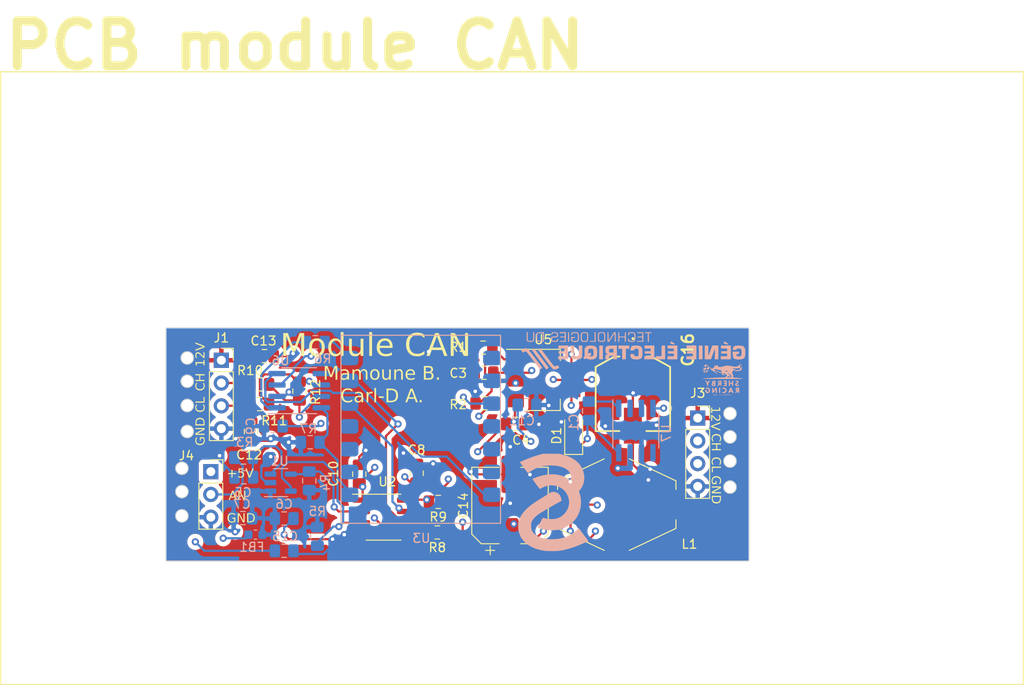
<source format=kicad_pcb>
(kicad_pcb (version 20221018) (generator pcbnew)
  (title_block (title "Formule SAE module CAN PCB") (date "2024-02-26") (rev "1.0") (company "Cégep Sherbrooke") (comment 1 "Carl-Dominic Aubin") (comment 2 "Mamoune Benmensour"))
  (layers (0 "F.Cu" signal "12V.Cu") (1 "In1.Cu" signal "GND.Cu") (2 "In2.Cu" signal "VCC.Cu") (31 "B.Cu" signal "AN.Cu") (34 "B.Paste" user) (35 "F.Paste" user) (36 "B.SilkS" user "B.Silkscreen") (37 "F.SilkS" user "F.Silkscreen") (38 "B.Mask" user) (39 "F.Mask" user) (44 "Edge.Cuts" user))
  (net 0 "")
  (net 1 "Net-(D1-K)")
  (net 2 "Net-(U7-CB)")
  (net 3 "+5V")
  (net 4 "GND")
  (net 5 "+3.3V")
  (net 6 "Net-(U1-AIN)")
  (net 7 "+5VA")
  (net 8 "Net-(J1-Pin_3)")
  (net 9 "+12V")
  (net 10 "Net-(U5-ADJ)")
  (net 11 "/SCLA")
  (net 12 "/SDAA")
  (net 13 "/RXD")
  (net 14 "Net-(U3-GPIO21_TX_D6)")
  (net 15 "/EN")
  (net 16 "/SCLB")
  (net 17 "/SDAB")
  (net 18 "Net-(U6-CANH)")
  (net 19 "Net-(U6-CANL)")
  (net 27 "/TXD")
  (net 32 "Net-(J4-Pin_2)")
  (net 33 "Net-(J1-Pin_2)")
  (footprint "Capacitor_SMD:C_0805_2012Metric_Pad1.18x1.45mm_HandSolder" (layer "F.Cu") (at 103.3 64.5 180)
    (fp_text reference "C13")
    (fp_text value "47pF" hide)
  )
  (footprint "lib kicad:imagesilk1" (layer "F.Cu") (at 118.3 93.9)
    (fp_text reference "G***" hide)
    (fp_text value "LOGO" hide)
  )
  (footprint "Inductor_SMD:L_Bourns-SRR1005" (layer "F.Cu") (at 142.575 81.05 180)
    (fp_text reference "L1")
    (fp_text value "NPI31W470MTRF 47uH" hide)
  )
  (footprint "Capacitor_SMD:CP_Elec_8x6.9" (layer "F.Cu") (at 130.675 81.15 90)
    (fp_text reference "C14")
    (fp_text value "\n\nEEE-FN1H680XP 68uF" hide)
  )
  (footprint "KiCad:EEETC1V470P" (layer "F.Cu") (at 144.375 68.7 180)
    (fp_text reference "C16")
    (fp_text value "EEEFH1H101L 100uF" hide)
  )
  (footprint "Capacitor_SMD:C_0805_2012Metric_Pad1.18x1.45mm_HandSolder" (layer "F.Cu") (at 122.575 84.15 180)
    (fp_text reference "R8")
    (fp_text value "4.7k" hide)
  )
  (footprint "Capacitor_SMD:C_0805_2012Metric_Pad1.18x1.45mm_HandSolder" (layer "F.Cu") (at 101.8 72.9 90)
    (fp_text reference "C12")
    (fp_text value "47pF" hide)
  )
  (footprint "Capacitor_SMD:C_0805_2012Metric_Pad1.18x1.45mm_HandSolder" (layer "F.Cu") (at 102.775 67.65 180)
    (fp_text reference "R10")
    (fp_text value "10Ω" hide)
  )
  (footprint "Diode_SMD:D_SOD-123F" (layer "F.Cu") (at 137.775 73.25 90)
    (fp_text reference "D1")
    (fp_text value "SS14FL" hide)
  )
  (footprint "Connector_PinSocket_2.54mm:PinSocket_1x04_P2.54mm_Vertical" (layer "F.Cu") (at 98.5 64.96)
    (fp_text reference "J1")
    (fp_text value "Conn_01x04_Socket" hide)
  )
  (footprint "Capacitor_SMD:C_0805_2012Metric_Pad1.18x1.45mm_HandSolder" (layer "F.Cu") (at 113.875 77.65 -90)
    (fp_text reference "C10")
    (fp_text value "0.1uF" hide)
  )
  (footprint "Connector_PinSocket_2.54mm:PinSocket_1x04_P2.54mm_Vertical" (layer "F.Cu") (at 151.6 71.4)
    (fp_text reference "J3")
    (fp_text value "Conn_01x04_Socket" hide)
  )
  (footprint "Capacitor_SMD:C_0805_2012Metric_Pad1.18x1.45mm_HandSolder" (layer "F.Cu") (at 127.675 63.55 180)
    (fp_text reference "R1")
    (fp_text value "91Ω" hide)
  )
  (footprint "Capacitor_SMD:C_0805_2012Metric_Pad1.18x1.45mm_HandSolder" (layer "F.Cu") (at 102.775 69.85 180)
    (fp_text reference "R11")
    (fp_text value "10Ω" hide)
  )
  (footprint "Capacitor_SMD:C_0805_2012Metric_Pad1.18x1.45mm_HandSolder" (layer "F.Cu") (at 107.2 68.4 -90)
    (fp_text reference "R12")
    (fp_text value "120Ω" hide)
  )
  (footprint "Capacitor_SMD:C_0805_2012Metric_Pad1.18x1.45mm_HandSolder" (layer "F.Cu") (at 120.275 77.55 -90)
    (fp_text reference "C8")
    (fp_text value "0.1uF" hide)
  )
  (footprint "Capacitor_SMD:C_0805_2012Metric_Pad1.18x1.45mm_HandSolder" (layer "F.Cu") (at 131.275 72.05)
    (fp_text reference "C4")
    (fp_text value "1uF" hide)
  )
  (footprint "Package_TO_SOT_SMD:SOT-223-3_TabPin2" (layer "F.Cu") (at 134.375 67.15)
    (fp_text reference "U5")
    (fp_text value "LM117_TO3" hide)
  )
  (footprint "Connector_PinSocket_2.54mm:PinSocket_1x03_P2.54mm_Vertical" (layer "F.Cu") (at 97.325 77.375)
    (fp_text reference "J4")
    (fp_text value "Conn_01x03_Socket" hide)
  )
  (footprint "Capacitor_SMD:C_0805_2012Metric_Pad1.18x1.45mm_HandSolder" (layer "F.Cu") (at 127.875 69.75 180)
    (fp_text reference "R2")
    (fp_text value "150Ω" hide)
  )
  (footprint "Capacitor_SMD:C_0805_2012Metric_Pad1.18x1.45mm_HandSolder" (layer "F.Cu") (at 122.675 80.75 180)
    (fp_text reference "R9")
    (fp_text value "4.7k" hide)
  )
  (footprint "Capacitor_SMD:C_0805_2012Metric_Pad1.18x1.45mm_HandSolder" (layer "F.Cu") (at 127.775 66.35 180)
    (fp_text reference "C3")
    (fp_text value "0.1uF" hide)
  )
  (footprint "Package_SO:SOIC-8_3.9x4.9mm_P1.27mm" (layer "F.Cu") (at 116.575 82.45)
    (fp_text reference "U2")
    (fp_text value "TCA9517" hide)
  )
  (footprint "Capacitor_SMD:C_0805_2012Metric_Pad1.18x1.45mm_HandSolder" (layer "B.Cu") (at 108.4 74.1 180)
    (fp_text reference "R7")
    (fp_text value "10k" hide)
  )
  (footprint "Capacitor_SMD:C_0603_1608Metric" (layer "B.Cu") (at 102.3 84.4)
    (fp_text reference "FB1")
    (fp_text value "BLM18KG121TZ1D")
  )
  (footprint "Capacitor_SMD:C_0805_2012Metric_Pad1.18x1.45mm_HandSolder" (layer "B.Cu") (at 104.3 72.3 180)
    (fp_text reference "C9")
    (fp_text value "0.1uF" hide)
  )
  (footprint "Capacitor_SMD:C_0805_2012Metric_Pad1.18x1.45mm_HandSolder" (layer "B.Cu") (at 109.2 84.6 90)
    (fp_text reference "R5")
    (fp_text value "4.7k" hide)
  )
  (footprint "Package_SO:SOIC-8_3.9x4.9mm_P1.27mm" (layer "B.Cu") (at 107.175 68.35)
    (fp_text reference "U6")
    (fp_text value "TJA1051T" hide)
  )
  (footprint "Capacitor_SMD:C_0805_2012Metric_Pad1.18x1.45mm_HandSolder" (layer "B.Cu") (at 100.975 75.8)
    (fp_text reference "R3")
    (fp_text value "330Ω" hide)
  )
  (footprint "Capacitor_SMD:C_0805_2012Metric_Pad1.18x1.45mm_HandSolder" (layer "B.Cu") (at 100.9 82.55 180)
    (fp_text reference "C7")
    (fp_text value "0.1uF" hide)
  )
  (footprint "Capacitor_SMD:C_0805_2012Metric_Pad1.18x1.45mm_HandSolder" (layer "B.Cu") (at 139.5 70.6 90)
    (fp_text reference "C1")
    (fp_text value "10nF" hide)
  )
  (footprint "LOGO" (layer "B.Cu") (at 154.4 67.1 180)
    (fp_text reference "G***" hide)
    (fp_text value "LOGO" hide)
  )
  (footprint "Capacitor_SMD:C_0805_2012Metric_Pad1.18x1.45mm_HandSolder" (layer "B.Cu") (at 132.575 69.95 180)
    (fp_text reference "C11")
    (fp_text value "0.1uF" hide)
  )
  (footprint "Capacitor_SMD:C_0805_2012Metric_Pad1.18x1.45mm_HandSolder" (layer "B.Cu") (at 101 78 180)
    (fp_text reference "C5")
    (fp_text value "10uF" hide)
  )
  (footprint "Library:xiao esp32-c3" (layer "B.Cu") (at 120.735 90.29)
    (fp_text reference "U3")
    (fp_text value "XIAO ESP32C3" hide)
  )
  (footprint "Package_SO:SOIC-8_3.9x4.9mm_P1.27mm" (layer "B.Cu") (at 144.7 72.8 -90)
    (fp_text reference "U7")
    (fp_text value "LM2674M-5.0" hide)
  )
  (footprint "LOGO" (layer "B.Cu") (at 135.5 80.8 180)
    (fp_text reference "G***" hide)
    (fp_text value "LOGO" hide)
  )
  (footprint "Capacitor_SMD:C_0805_2012Metric_Pad1.18x1.45mm_HandSolder" (layer "B.Cu") (at 105.5 82.6 180)
    (fp_text reference "C6")
    (fp_text value "10uF" hide)
  )
  (footprint "Capacitor_SMD:C_0805_2012Metric_Pad1.18x1.45mm_HandSolder" (layer "B.Cu") (at 105.5 86.2)
    (fp_text reference "C15")
    (fp_text value "10uF" hide)
  )
  (footprint "Package_TO_SOT_SMD:TSOT-23-5" (layer "B.Cu") (at 105.1 78.6)
    (fp_text reference "U1")
    (fp_text value "MCP3221" hide)
  )
  (footprint "Capacitor_SMD:C_0805_2012Metric_Pad1.18x1.45mm_HandSolder" (layer "B.Cu") (at 108.975 62.95)
    (fp_text reference "R6")
    (fp_text value "4.7k" hide)
  )
  (footprint "Capacitor_SMD:C_0805_2012Metric_Pad1.18x1.45mm_HandSolder" (layer "B.Cu") (at 108.3 78.4 -90)
    (fp_text reference "R4")
    (fp_text value "4.7k" hide)
  )
  (footprint "LOGO" (layer "B.Cu") (at 144.4 63.9 180)
    (fp_text reference "G***" hide)
    (fp_text value "LOGO" hide)
  )
  (gr_rect (start 73.9 32.8) (end 187.9 101.1) (stroke (width 0.15)) (fill none) (layer "F.SilkS"))
  (gr_circle (center 94.1 82.3) (end 94.8 82.3) (stroke (width 0.1)) (fill none) (layer "Edge.Cuts"))
  (gr_circle (center 155.2 76.2) (end 155.9 76.2) (stroke (width 0.1)) (fill none) (layer "Edge.Cuts"))
  (gr_circle (center 155.2 70.9) (end 155.9 70.9) (stroke (width 0.1)) (fill none) (layer "Edge.Cuts"))
  (gr_circle (center 94.7 64.7) (end 95.4 64.7) (stroke (width 0.1)) (fill none) (layer "Edge.Cuts"))
  (gr_circle (center 94.1 79.6) (end 94.8 79.6) (stroke (width 0.1)) (fill none) (layer "Edge.Cuts"))
  (gr_circle (center 94.1 77) (end 94.8 77) (stroke (width 0.1)) (fill none) (layer "Edge.Cuts"))
  (gr_circle (center 94.7 70) (end 95.4 70) (stroke (width 0.1)) (fill none) (layer "Edge.Cuts"))
  (gr_circle (center 155.2 79.1) (end 155.9 79.1) (stroke (width 0.1)) (fill none) (layer "Edge.Cuts"))
  (gr_circle (center 94.7 67.3) (end 95.4 67.3) (stroke (width 0.1)) (fill none) (layer "Edge.Cuts"))
  (gr_circle (center 94.7 72.9) (end 95.4 72.9) (stroke (width 0.1)) (fill none) (layer "Edge.Cuts"))
  (gr_circle (center 155.2 73.5) (end 155.9 73.5) (stroke (width 0.1)) (fill none) (layer "Edge.Cuts"))
  (gr_rect (start 92.325 61.35) (end 157.325 87.35) (stroke (width 0.1)) (fill none) (layer "Edge.Cuts"))
  (gr_text "GND\n" (at 99.1 83.2) (layer "F.SilkS") (effects (font (size 1 1)) (justify left bottom)))
  (gr_text "CL" (at 96.8 70.8 90) (layer "F.SilkS") (effects (font (size 1 1)) (justify left bottom)))
  (gr_text "12V\n" (at 152.93 70.07 270) (layer "F.SilkS") (effects (font (size 1 1)) (justify left bottom)))
  (gr_text "AN" (at 99.3 80.7) (layer "F.SilkS") (effects (font (size 1 1)) (justify left bottom)))
  (gr_text "CH\n" (at 96.8 68.4 90) (layer "F.SilkS") (effects (font (size 1 1)) (justify left bottom)))
  (gr_text "GND\n" (at 153 77.8 -90) (layer "F.SilkS") (effects (font (size 1 1)) (justify left bottom)))
  (gr_text "GND\n" (at 96.8 74.5 90) (layer "F.SilkS") (effects (font (size 1 1)) (justify left bottom)))
  (gr_text "Module CAN\n" (at 115.7 64.9) (layer "F.SilkS") (effects (font (size 2.5 2.5) (thickness 0.1905)) (justify bottom)))
  (gr_text "+5V\n" (at 99.1 78.2) (layer "F.SilkS") (effects (font (size 1 1)) (justify left bottom)))
  (gr_text "Mamoune B.\nCarl-D A.\n" (at 116.4 69.9) (layer "F.SilkS") (effects (font (size 1.5 1.5)) (justify bottom)))
  (gr_text "CL\n" (at 153 75.7 -90) (layer "F.SilkS") (effects (font (size 1 1)) (justify left bottom)))
  (gr_text "CH\n" (at 153 73.1 270) (layer "F.SilkS") (effects (font (size 1 1)) (justify left bottom)))
  (gr_text "PCB module CAN" (at 73.9 32.8) (layer "F.SilkS") (effects (font (size 5 5) (thickness 1) bold) (justify left bottom)))
  (gr_text "12V\n" (at 96.8 65.7 90) (layer "F.SilkS") (effects (font (size 1 1)) (justify left bottom)))
  (segment (start 137.775 74.65) (end 138.35 74.65) (width 0.25) (layer "F.Cu") (net 1))
  (segment (start 138.35 74.65) (end 139.3 73.7) (width 0.25) (layer "F.Cu") (net 1))
  (segment (start 144.175 81.05) (end 137.775 74.65) (width 0.25) (layer "F.Cu") (net 1))
  (segment (start 147.725 81.05) (end 144.175 81.05) (width 0.25) (layer "F.Cu") (net 1))
  (via (at 139.3 73.7) (size 0.8) (drill 0.4) (layers "F.Cu" "B.Cu") (net 1))
  (segment (start 139.5 71.98) (end 139.5 71.6375) (width 0.25) (layer "B.Cu") (net 1))
  (segment (start 139.3 73.7) (end 139.3 71.8375) (width 0.25) (layer "B.Cu") (net 1))
  (segment (start 139.3 71.8375) (end 139.5 71.6375) (width 0.25) (layer "B.Cu") (net 1))
  (segment (start 142.795 75.275) (end 139.5 71.98) (width 0.25) (layer "B.Cu") (net 1))
  (segment (start 142.0325 69.5625) (end 142.795 70.325) (width 0.25) (layer "B.Cu") (net 2))
  (segment (start 139.5 69.5625) (end 142.0325 69.5625) (width 0.25) (layer "B.Cu") (net 2))
  (segment (start 139.75 67.15) (end 139.8 67.1) (width 0.25) (layer "F.Cu") (net 3))
  (segment (start 128.8125 66.35) (end 132.85 66.35) (width 0.25) (layer "F.Cu") (net 3))
  (segment (start 137.425 81.05) (end 137.425 78.525) (width 0.25) (layer "F.Cu") (net 3))
  (segment (start 130.675 84.625) (end 133.775 84.625) (width 0.25) (layer "F.Cu") (net 3))
  (segment (start 137.425 78.525) (end 137.4 78.5) (width 0.25) (layer "F.Cu") (net 3))
  (segment (start 131.85 85.8) (end 138.6 85.8) (width 0.25) (layer "F.Cu") (net 3))
  (segment (start 113.875 78.6875) (end 115.6 76.9625) (width 0.25) (layer "F.Cu") (net 3))
  (segment (start 137.525 67.15) (end 135.55 67.15) (width 0.25) (layer "F.Cu") (net 3))
  (segment (start 130.675 84.625) (end 131.85 85.8) (width 0.25) (layer "F.Cu") (net 3))
  (segment (start 137.525 67.15) (end 137.525 64.325) (width 0.25) (layer "F.Cu") (net 3))
  (segment (start 133.775 84.625) (end 134.4 84) (width 0.25) (layer "F.Cu") (net 3))
  (segment (start 137.525 69.975) (end 137.5 70) (width 0.25) (layer "F.Cu") (net 3))
  (segment (start 135.55 67.15) (end 135.5 67.1) (width 0.25) (layer "F.Cu") (net 3))
  (segment (start 115.6 76.9625) (end 115.6 76.9) (width 0.25) (layer "F.Cu") (net 3))
  (segment (start 140.2 84.2) (end 140.2 84) (width 0.25) (layer "F.Cu") (net 3))
  (segment (start 114.253009 79.062995) (end 114.253009 80.391991) (width 0.25) (layer "F.Cu") (net 3))
  (segment (start 131.1 84.2) (end 131.1 83.2) (width 0.25) (layer "F.Cu") (net 3))
  (segment (start 137.525 67.15) (end 137.525 69.975) (width 0.25) (layer "F.Cu") (net 3))
  (segment (start 130.675 84.625) (end 131.1 84.2) (width 0.25) (layer "F.Cu") (net 3))
  (segment (start 137.525 64.325) (end 137.5 64.3) (width 0.25) (layer "F.Cu") (net 3))
  (segment (start 117.378094 84.355) (end 119.05 84.355) (width 0.25) (layer "F.Cu") (net 3))
  (segment (start 137.425 81.05) (end 140.35 81.05) (width 0.25) (layer "F.Cu") (net 3))
  (segment (start 140.35 81.05) (end 140.4 81.1) (width 0.25) (layer "F.Cu") (net 3))
  (segment (start 138.6 85.8) (end 140.2 84.2) (width 0.25) (layer "F.Cu") (net 3))
  (segment (start 114.253009 80.391991) (end 114.1 80.545) (width 0.25) (layer "F.Cu") (net 3))
  (segment (start 131.225 67.425) (end 131.3 67.5) (width 0.25) (layer "F.Cu") (net 3))
  (segment (start 137.525 67.15) (end 139.75 67.15) (width 0.25) (layer "F.Cu") (net 3))
  (segment (start 132.85 66.35) (end 133.1 66.1) (width 0.25) (layer "F.Cu") (net 3))
  (segment (start 115.560099 82.537005) (end 117.378094 84.355) (width 0.25) (layer "F.Cu") (net 3))
  (segment (start 137.425 83.975) (end 137.4 84) (width 0.25) (layer "F.Cu") (net 3))
  (segment (start 137.425 81.05) (end 137.425 83.975) (width 0.25) (layer "F.Cu") (net 3))
  (segment (start 131.225 67.15) (end 131.225 67.425) (width 0.25) (layer "F.Cu") (net 3))
  (via (at 115.560099 82.537005) (size 0.8) (drill 0.4) (layers "F.Cu" "B.Cu") (net 3))
  (via (at 147.8 70.3) (size 0.8) (drill 0.4) (layers "F.Cu" "B.Cu") (net 3))
  (via (at 131.3 67.5) (size 0.8) (drill 0.4) (layers "F.Cu" "B.Cu") (net 3))
  (via (at 140.4 81.1) (size 0.8) (drill 0.4) (layers "F.Cu" "B.Cu") (net 3))
  (via (at 139.8 67.1) (size 0.8) (drill 0.4) (layers "F.Cu" "B.Cu") (net 3))
  (via (at 134.4 84) (size 0.8) (drill 0.4) (layers "F.Cu" "B.Cu") (net 3))
  (via (at 137.5 70) (size 0.8) (drill 0.4) (layers "F.Cu" "B.Cu") (net 3))
  (via (at 114.253009 79.062995) (size 0.8) (drill 0.4) (layers "F.Cu" "B.Cu") (net 3))
  (via (at 137.4 78.5) (size 0.8) (drill 0.4) (layers "F.Cu" "B.Cu") (net 3))
  (via (at 140.2 84) (size 0.8) (drill 0.4) (layers "F.Cu" "B.Cu") (net 3))
  (via (at 98.7 84.8) (size 0.8) (drill 0.4) (layers "F.Cu" "B.Cu") (net 3))
  (via (at 135.5 67.1) (size 0.8) (drill 0.4) (layers "F.Cu" "B.Cu") (net 3))
  (via (at 95.6 85.2) (size 0.8) (drill 0.4) (layers "F.Cu" "B.Cu") (net 3))
  (via (at 137.4 84) (size 0.8) (drill 0.4) (layers "F.Cu" "B.Cu") (net 3))
  (via (at 109.6 72) (size 0.8) (drill 0.4) (layers "F.Cu" "B.Cu") (net 3))
  (via (at 137.5 64.3) (size 0.8) (drill 0.4) (layers "F.Cu" "B.Cu") (net 3))
  (via (at 131.1 83.2) (size 0.8) (drill 0.4) (layers "F.Cu" "B.Cu") (net 3))
  (via (at 115.6 76.9) (size 0.8) (drill 0.4) (layers "F.Cu" "B.Cu") (net 3))
  (via (at 133.1 66.1) (size 0.8) (drill 0.4) (layers "F.Cu" "B.Cu") (net 3))
  (via (at 108.5 64.5) (size 0.8) (drill 0.4) (layers "F.Cu" "B.Cu") (net 3))
  (segment (start 147.775 70.325) (end 147.8 70.3) (width 0.25) (layer "B.Cu") (net 3))
  (segment (start 104.7 67.715) (end 105.076751 67.715) (width 0.25) (layer "B.Cu") (net 3))
  (segment (start 98.7 84.8) (end 101.125 84.8) (width 0.25) (layer "B.Cu") (net 3))
  (segment (start 107.861701 64.5) (end 108.5 64.5) (width 0.25) (layer "B.Cu") (net 3))
  (segment (start 106.586701 65.775) (end 107.861701 64.5) (width 0.25) (layer "B.Cu") (net 3))
  (segment (start 105.076751 67.715) (end 106.586701 66.20505) (width 0.25) (layer "B.Cu") (net 3))
  (segment (start 104.4625 86.2) (end 96.6 86.2) (width 0.25) (layer "B.Cu") (net 3))
  (segment (start 101.125 84.8) (end 101.525 84.4) (width 0.25) (layer "B.Cu") (net 3))
  (segment (start 109.3 72.3) (end 109.6 72) (width 0.25) (layer "B.Cu") (net 3))
  (segment (start 146.605 70.325) (end 147.775 70.325) (width 0.25) (layer "B.Cu") (net 3))
  (segment (start 105.3375 72.3) (end 109.3 72.3) (width 0.25) (layer "B.Cu") (net 3))
  (segment (start 106.586701 66.20505) (end 106.586701 65.775) (width 0.25) (layer "B.Cu") (net 3))
  (segment (start 96.6 86.2) (end 95.6 85.2) (width 0.25) (layer "B.Cu") (net 3))
  (segment (start 97.175 77.525) (end 97.2 77.5) (width 0.25) (layer "B.Cu") (net 3))
  (segment (start 103.7625 73.9375) (end 104 73.7) (width 0.25) (layer "F.Cu") (net 4))
  (segment (start 126.7375 68.363) (end 126.7375 66.35) (width 0.25) (layer "F.Cu") (net 4))
  (segment (start 112.245 84.355) (end 112.2 84.4) (width 0.25) (layer "F.Cu") (net 4))
  (segment (start 113.875 76.6125) (end 113.875 75.725) (width 0.25) (layer "F.Cu") (net 4))
  (segment (start 130.675 77.675) (end 132.875 77.675) (width 0.25) (layer "F.Cu") (net 4))
  (segment (start 144.375 72.25) (end 146.95 72.25) (width 0.25) (layer "F.Cu") (net 4))
  (segment (start 130.675 77.675) (end 126.612438 77.675) (width 0.25) (layer "F.Cu") (net 4))
  (segment (start 106.2 64.5) (end 106.5 64.2) (width 0.25) (layer "F.Cu") (net 4))
  (segment (start 130.675 77.675) (end 130.675 74.625) (width 0.25) (layer "F.Cu") (net 4))
  (segment (start 126.6375 63.55) (end 122.05 63.55) (width 0.25) (layer "F.Cu") (net 4))
  (segment (start 106 84.9) (end 105.5 84.4) (width 0.25) (layer "F.Cu") (net 4))
  (segment (start 141.35 72.25) (end 141.3 72.3) (width 0.25) (layer "F.Cu") (net 4))
  (segment (start 144.375 72.25) (end 144.375 76.575) (width 0.25) (layer "F.Cu") (net 4))
  (segment (start 146.95 72.25) (end 147 72.2) (width 0.25) (layer "F.Cu") (net 4))
  (segment (start 130.675 74.625) (end 130.7 74.6) (width 0.25) (layer "F.Cu") (net 4))
  (segment (start 110.9 84.9) (end 106 84.9) (width 0.25) (layer "F.Cu") (net 4))
  (segment (start 133.85 72.05) (end 133.9 72.1) (width 0.25) (layer "F.Cu") (net 4))
  (segment (start 126.8 68.4255) (end 126.7375 68.363) (width 0.25) (layer "F.Cu") (net 4))
  (segment (start 137.775 71.85) (end 136.423521 71.85) (width 0.25) (layer "F.Cu") (net 4))
  (segment (start 113.875 75.725) (end 114.6 75) (width 0.25) (layer "F.Cu") (net 4))
  (segment (start 119.0625 75.3) (end 118.8 75.3) (width 0.25) (layer "F.Cu") (net 4))
  (segment (start 122.05 63.55) (end 121.6 64) (width 0.25) (layer "F.Cu") (net 4))
  (segment (start 122.0875 76.5125) (end 122.1 76.5) (width 0.25) (layer "F.Cu") (net 4))
  (segment (start 132.875 77.675) (end 132.9 77.7) (width 0.25) (layer "F.Cu") (net 4))
  (segment (start 114.1 84.355) (end 112.245 84.355) (width 0.25) (layer "F.Cu") (net 4))
  (segment (start 130.7 77.7) (end 130.7 80.9) (width 0.25) (layer "F.Cu") (net 4))
  (segment (start 144.375 72.25) (end 141.35 72.25) (width 0.25) (layer "F.Cu") (net 4))
  (segment (start 126.612438 77.675) (end 126.318719 77.381281) (width 0.25) (layer "F.Cu") (net 4))
  (segment (start 136.423521 71.85) (end 136.39966 71.826139) (width 0.25) (layer "F.Cu") (net 4))
  (segment (start 120.275 76.5125) (end 122.0875 76.5125) (width 0.25) (layer "F.Cu") (net 4))
  (segment (start 130.675 77.675) (end 130.7 77.7) (width 0.25) (layer "F.Cu") (net 4))
  (segment (start 144.375 72.25) (end 144.375 68.625) (width 0.25) (layer "F.Cu") (net 4))
  (segment (start 120.275 76.5125) (end 119.0625 75.3) (width 0.25) (layer "F.Cu") (net 4))
  (segment (start 144.375 76.575) (end 146.1 78.3) (width 0.25) (layer "F.Cu") (net 4))
  (segment (start 101.8 73.9375) (end 103.7625 73.9375) (width 0.25) (layer "F.Cu") (net 4))
  (segment (start 104.3375 64.5) (end 106.2 64.5) (width 0.25) (layer "F.Cu") (net 4))
  (segment (start 132.3125 72.05) (end 133.85 72.05) (width 0.25) (layer "F.Cu") (net 4))
  (segment (start 144.375 68.625) (end 144.4 68.6) (width 0.25) (layer "F.Cu") (net 4))
  (via (at 147 72.2) (size 0.8) (drill 0.4) (layers "F.Cu" "B.Cu") (net 4))
  (via (at 104 73.7) (size 0.8) (drill 0.4) (layers "F.Cu" "B.Cu") (net 4))
  (via (at 130.7 74.6) (size 0.8) (drill 0.4) (layers "F.Cu" "B.Cu") (net 4))
  (via (at 122.1 76.5) (size 0.8) (drill 0.4) (layers "F.Cu" "B.Cu") (net 4))
  (via (at 130.7 80.9) (size 0.8) (drill 0.4) (layers "F.Cu" "B.Cu") (net 4))
  (via (at 135.000004 70) (size 0.8) (drill 0.4) (layers "F.Cu" "B.Cu") (net 4))
  (via (at 121.6 64) (size 0.8) (drill 0.4) (layers "F.Cu" "B.Cu") (net 4))
  (via (at 146.1 78.3) (size 0.8) (drill 0.4) (layers "F.Cu" "B.Cu") (net 4))
  (via (at 132.9 77.7) (size 0.8) (drill 0.4) (layers "F.Cu" "B.Cu") (net 4))
  (via (at 114.6 75) (size 0.8) (drill 0.4) (layers "F.Cu" "B.Cu") (net 4))
  (via (at 105.5 84.4) (size 0.8) (drill 0.4) (layers "F.Cu" "B.Cu") (net 4))
  (via (at 133.9 72.1) (size 0.8) (drill 0.4) (layers "F.Cu" "B.Cu") (net 4))
  (via (at 110.9 84.9) (size 0.8) (drill 0.4) (layers "F.Cu" "B.Cu") (net 4))
  (via (at 136.39966 71.826139) (size 0.8) (drill 0.4) (layers "F.Cu" "B.Cu") (net 4))
  (via (at 118.8 75.3) (size 0.8) (drill 0.4) (layers "F.Cu" "B.Cu") (net 4))
  (via (at 100.036951 84.075) (size 0.8) (drill 0.4) (layers "F.Cu" "B.Cu") (net 4))
  (via (at 104 75.7) (size 0.8) (drill 0.4) (layers "F.Cu" "B.Cu") (net 4))
  (via (at 144.4 68.6) (size 0.8) (drill 0.4) (layers "F.Cu" "B.Cu") (net 4))
  (via (at 98.3 75.6) (size 0.8) (drill 0.4) (layers "F.Cu" "B.Cu") (net 4))
  (via (at 126.8 68.4255) (size 0.8) (drill 0.4) (layers "F.Cu" "B.Cu") (net 4))
  (via (at 100.1 73.7) (size 0.8) (drill 0.4) (layers "F.Cu" "B.Cu") (net 4))
  (via (at 126.318719 77.381281) (size 0.8) (drill 0.4) (layers "F.Cu" "B.Cu") (net 4))
  (via (at 106.04839 68.502508) (size 0.8) (drill 0.4) (layers "F.Cu" "B.Cu") (net 4))
  (via (at 106 74.1) (size 0.8) (drill 0.4) (layers "F.Cu" "B.Cu") (net 4))
  (via (at 112.2 84.4) (size 0.8) (drill 0.4) (layers "F.Cu" "B.Cu") (net 4))
  (via (at 146.3 77.1) (size 0.8) (drill 0.4) (layers "F.Cu" "B.Cu") (net 4))
  (via (at 141.3 72.3) (size 0.8) (drill 0.4) (layers "F.Cu" "B.Cu") (net 4))
  (via (at 106.5 64.2) (size 0.8) (drill 0.4) (layers "F.Cu" "B.Cu") (net 4))
  (segment (start 110.9 85.563173) (end 110.9 84.9) (width 0.25) (layer "B.Cu") (net 4))
  (segment (start 103.9625 78.6) (end 103.5 78.6) (width 0.25) (layer "B.Cu") (net 4))
  (segment (start 98.3 76.1) (end 98.3 75.6) (width 0.25) (layer "B.Cu") (net 4))
  (segment (start 99.975 82.55) (end 99.975 84.013049) (width 0.25) (layer "B.Cu") (net 4))
  (segment (start 103.2625 72.3) (end 101.5 72.3) (width 0.25) (layer "B.Cu") (net 4))
  (segment (start 109.913173 86.55) (end 110.9 85.563173) (width 0.25) (layer "B.Cu") (net 4))
  (segment (start 106.5375 82.6) (end 106.9 82.6) (width 0.25) (layer "B.Cu") (net 4))
  (segment (start 133.6125 69.95) (end 134.950004 69.95) (width 0.25) (layer "B.Cu") (net 4))
  (segment (start 99.975 84.013049) (end 100.036951 84.075) (width 0.25) (layer "B.Cu") (net 4))
  (segment (start 103.9625 78.6) (end 103.578249 78.6) (width 0.25) (layer "B.Cu") (net 4))
  (segment (start 99.9625 78) (end 99.9625 77.7625) (width 0.25) (layer "B.Cu") (net 4))
  (segment (start 107.3625 74.1) (end 106 74.1) (width 0.25) (layer "B.Cu") (net 4))
  (segment (start 145.335 76.135) (end 146.3 77.1) (width 0.25) (layer "B.Cu") (net 4))
  (segment (start 99.9625 77.7625) (end 98.3 76.1) (width 0.25) (layer "B.Cu") (net 4))
  (segment (start 145.335 75.275) (end 145.335 76.135) (width 0.25) (layer "B.Cu") (net 4))
  (segment (start 106.8875 86.55) (end 109.913173 86.55) (width 0.25) (layer "B.Cu") (net 4))
  (segment (start 101.5 72.3) (end 100.1 73.7) (width 0.25) (layer "B.Cu") (net 4))
  (segment (start 102.95 76.75) (end 104 75.7) (width 0.25) (layer "B.Cu") (net 4))
  (segment (start 106.5375 82.6) (end 105.5 83.6375) (width 0.25) (layer "B.Cu") (net 4))
  (segment (start 134.950004 69.95) (end 135.000004 70) (width 0.25) (layer "B.Cu") (net 4))
  (segment (start 105.5 83.6375) (end 105.5 84.4) (width 0.25) (layer "B.Cu") (net 4))
  (segment (start 103.5 78.6) (end 102.95 78.05) (width 0.25) (layer "B.Cu") (net 4))
  (segment (start 104.7 68.985) (end 105.565898 68.985) (width 0.25) (layer "B.Cu") (net 4))
  (segment (start 105.565898 68.985) (end 106.04839 68.502508) (width 0.25) (layer "B.Cu") (net 4))
  (segment (start 106.5375 86.2) (end 106.8875 86.55) (width 0.25) (layer "B.Cu") (net 4))
  (segment (start 102.95 78.05) (end 102.95 76.75) (width 0.25) (layer "B.Cu") (net 4))
  (segment (start 130.2375 72.05) (end 130.176028 72.05) (width 0.25) (layer "F.Cu") (net 5))
  (segment (start 130.176028 72.05) (end 127.0755 75.150528) (width 0.25) (layer "F.Cu") (net 5))
  (segment (start 119.05 80.545) (end 119.095 80.5) (width 0.25) (layer "F.Cu") (net 5))
  (segment (start 121.6375 80.75) (end 123.8 78.5875) (width 0.25) (layer "F.Cu") (net 5))
  (segment (start 121.5375 84.15) (end 122.5875 85.2) (width 0.25) (layer "F.Cu") (net 5))
  (segment (start 121.5375 84.15) (end 121.5375 84.2375) (width 0.25) (layer "F.Cu") (net 5))
  (segment (start 131.225 71.7005) (end 131.225 69.45) (width 0.25) (layer "F.Cu") (net 5))
  (segment (start 128.65 69.75) (end 127.2 71.2) (width 0.25) (layer "F.Cu") (net 5))
  (segment (start 131.1255 71.8) (end 131.225 71.7005) (width 0.25) (layer "F.Cu") (net 5))
  (segment (start 119.095 80.5) (end 121.4 80.5) (width 0.25) (layer "F.Cu") (net 5))
  (segment (start 120.275 78.5875) (end 119.5875 78.5875) (width 0.25) (layer "F.Cu") (net 5))
  (segment (start 125.4 84) (end 125.4 83) (width 0.25) (layer "F.Cu") (net 5))
  (segment (start 128.9125 69.75) (end 128.65 69.75) (width 0.25) (layer "F.Cu") (net 5))
  (segment (start 122.5875 85.2) (end 124.2 85.2) (width 0.25) (layer "F.Cu") (net 5))
  (segment (start 123.8 78.5875) (end 123.8 78.2) (width 0.25) (layer "F.Cu") (net 5))
  (segment (start 124.2 85.2) (end 125.4 84) (width 0.25) (layer "F.Cu") (net 5))
  (segment (start 119.5875 78.5875) (end 118.95 77.95) (width 0.25) (layer "F.Cu") (net 5))
  (via (at 125.4 83) (size 0.8) (drill 0.4) (layers "F.Cu" "B.Cu") (net 5))
  (via (at 118.95 77.95) (size 0.8) (drill 0.4) (layers "F.Cu" "B.Cu") (net 5))
  (via (at 123.8 78.2) (size 0.8) (drill 0.4) (layers "F.Cu" "B.Cu") (net 5))
  (via (at 131.1255 71.8) (size 0.8) (drill 0.4) (layers "F.Cu" "B.Cu") (net 5))
  (via (at 127.0755 75.150528) (size 0.8) (drill 0.4) (layers "F.Cu" "B.Cu") (net 5))
  (via (at 121.4 80.5) (size 0.8) (drill 0.4) (layers "F.Cu" "B.Cu") (net 5))
  (via (at 133.000006 74) (size 0.8) (drill 0.4) (layers "F.Cu" "B.Cu") (net 5))
  (via (at 127.2 71.2) (size 0.8) (drill 0.4) (layers "F.Cu" "B.Cu") (net 5))
  (via (at 125.485133 69.074444) (size 0.8) (drill 0.4) (layers "F.Cu" "B.Cu") (net 5))
  (segment (start 128.675 69.79) (end 126.200689 69.79) (width 0.25) (layer "B.Cu") (net 5))
  (segment (start 131.5375 72.537494) (end 133.000006 74) (width 0.25) (layer "B.Cu") (net 5))
  (segment (start 126.200689 69.79) (end 125.485133 69.074444) (width 0.25) (layer "B.Cu") (net 5))
  (segment (start 131.5375 69.95) (end 131.5375 72.537494) (width 0.25) (layer "B.Cu") (net 5))
  (segment (start 102.0125 75.8) (end 102.0125 77.975) (width 0.25) (layer "B.Cu") (net 6))
  (segment (start 103.2625 74.55) (end 102.0125 75.8) (width 0.25) (layer "B.Cu") (net 6))
  (segment (start 102.0125 77.975) (end 102.0375 78) (width 0.25) (layer "B.Cu") (net 6))
  (segment (start 103.9625 77.65) (end 105.2 76.4125) (width 0.25) (layer "B.Cu") (net 6))
  (segment (start 105.2 76.4125) (end 105.2 75.163604) (width 0.25) (layer "B.Cu") (net 6))
  (segment (start 105.2 75.163604) (end 104.586396 74.55) (width 0.25) (layer "B.Cu") (net 6))
  (segment (start 104.586396 74.55) (end 103.2625 74.55) (width 0.25) (layer "B.Cu") (net 6))
  (segment (start 101.7375 69.85) (end 101.5575 70.03) (width 0.25) (layer "F.Cu") (net 8))
  (segment (start 101.8 69.9125) (end 101.7375 69.85) (width 0.25) (layer "F.Cu") (net 8))
  (segment (start 101.5575 70.03) (end 98.8 70.03) (width 0.25) (layer "F.Cu") (net 8))
  (segment (start 101.8 71.8625) (end 101.8 69.9125) (width 0.25) (layer "F.Cu") (net 8))
  (via (at 142.7 77) (size 0.8) (drill 0.4) (layers "F.Cu" "B.Cu") (net 9))
  (segment (start 144.065 75.651751) (end 144.065 77) (width 0.6) (layer "B.Cu") (net 9))
  (segment (start 144.065 77) (end 142.716751 77) (width 0.6) (layer "B.Cu") (net 9))
  (segment (start 142.716751 77) (end 142.7 77) (width 0.25) (layer "B.Cu") (net 9))
  (segment (start 144.065 75.275) (end 144.065 75.651751) (width 0.25) (layer "B.Cu") (net 9))
  (segment (start 131.225 64.85) (end 130.0125 64.85) (width 0.25) (layer "F.Cu") (net 10))
  (segment (start 128.625 67.799695) (end 128.625 68.400305) (width 0.25) (layer "F.Cu") (net 10))
  (segment (start 127.275305 69.75) (end 126.8375 69.75) (width 0.25) (layer "F.Cu") (net 10))
  (segment (start 127.900305 64.362195) (end 127.900305 67.075) (width 0.25) (layer "F.Cu") (net 10))
  (segment (start 130.0125 64.85) (end 128.7125 63.55) (width 0.25) (layer "F.Cu") (net 10))
  (segment (start 128.625 68.400305) (end 127.275305 69.75) (width 0.25) (layer "F.Cu") (net 10))
  (segment (start 128.7125 63.55) (end 127.900305 64.362195) (width 0.25) (layer "F.Cu") (net 10))
  (segment (start 127.900305 67.075) (end 128.625 67.799695) (width 0.25) (layer "F.Cu") (net 10))
  (segment (start 111.077051 81.312561) (end 111.57949 81.815) (width 0.25) (layer "F.Cu") (net 11))
  (segment (start 111.57949 81.815) (end 114.1 81.815) (width 0.25) (layer "F.Cu") (net 11))
  (via (at 111.077051 81.312561) (size 0.8) (drill 0.4) (layers "F.Cu" "B.Cu") (net 11))
  (segment (start 106.2375 77.65) (end 108.0125 77.65) (width 0.25) (layer "B.Cu") (net 11))
  (segment (start 108.0125 77.65) (end 108.3 77.3625) (width 0.25) (layer "B.Cu") (net 11))
  (segment (start 111.077051 81.312561) (end 111 81.23551) (width 0.25) (layer "B.Cu") (net 11))
  (segment (start 110.55 78.493703) (end 110.55 78.45) (width 0.25) (layer "B.Cu") (net 11))
  (segment (start 111 78.943703) (end 110.55 78.493703) (width 0.25) (layer "B.Cu") (net 11))
  (segment (start 110.55 78.45) (end 109.4625 77.3625) (width 0.25) (layer "B.Cu") (net 11))
  (segment (start 111 81.23551) (end 111 78.943703) (width 0.25) (layer "B.Cu") (net 11))
  (segment (start 109.4625 77.3625) (end 108.3 77.3625) (width 0.25) (layer "B.Cu") (net 11))
  (segment (start 114.1 83.085) (end 112.015 83.085) (width 0.25) (layer "F.Cu") (net 12))
  (segment (start 112.015 83.085) (end 111.6 83.5) (width 0.25) (layer "F.Cu") (net 12))
  (via (at 111.6 83.5) (size 0.8) (drill 0.4) (layers "F.Cu" "B.Cu") (net 12))
  (segment (start 111 78.307307) (end 111 77.4) (width 0.25) (layer "B.Cu") (net 12))
  (segment (start 110.974695 83.5) (end 111.6 83.5) (width 0.25) (layer "B.Cu") (net 12))
  (segment (start 105.25 78.05) (end 106.2375 79.0375) (width 0.25) (layer "B.Cu") (net 12))
  (segment (start 109.2 85.274695) (end 110.974695 83.5) (width 0.25) (layer "B.Cu") (net 12))
  (segment (start 105.948896 76.3) (end 105.25 76.998896) (width 0.25) (layer "B.Cu") (net 12))
  (segment (start 112.075 83.025) (end 112.075 81.285911) (width 0.25) (layer "B.Cu") (net 12))
  (segment (start 106.2375 79.0375) (end 106.2375 79.55) (width 0.25) (layer "B.Cu") (net 12))
  (segment (start 111 77.4) (end 109.9 76.3) (width 0.25) (layer "B.Cu") (net 12))
  (segment (start 111.45 80.660911) (end 111.45 78.757307) (width 0.25) (layer "B.Cu") (net 12))
  (segment (start 111.6 83.5) (end 112.075 83.025) (width 0.25) (layer "B.Cu") (net 12))
  (segment (start 112.075 81.285911) (end 111.45 80.660911) (width 0.25) (layer "B.Cu") (net 12))
  (segment (start 109.9 76.3) (end 105.948896 76.3) (width 0.25) (layer "B.Cu") (net 12))
  (segment (start 109.2 85.6375) (end 109.2 85.274695) (width 0.25) (layer "B.Cu") (net 12))
  (segment (start 111.45 78.757307) (end 111 78.307307) (width 0.25) (layer "B.Cu") (net 12))
  (segment (start 105.25 76.998896) (end 105.25 78.05) (width 0.25) (layer "B.Cu") (net 12))
  (segment (start 107.378249 69.61) (end 108.628249 68.36) (width 0.25) (layer "B.Cu") (net 13))
  (segment (start 127.862133 79.95) (end 128.675 79.95) (width 0.25) (layer "B.Cu") (net 13))
  (segment (start 113.700001 68.6) (end 120.800001 75.7) (width 0.25) (layer "B.Cu") (net 13))
  (segment (start 108.628249 68.36) (end 110.671751 68.36) (width 0.25) (layer "B.Cu") (net 13))
  (segment (start 104.7 66.445) (end 104.323249 66.445) (width 0.25) (layer "B.Cu") (net 13))
  (segment (start 123.612133 75.7) (end 127.862133 79.95) (width 0.25) (layer "B.Cu") (net 13))
  (segment (start 110.911751 68.6) (end 113.700001 68.6) (width 0.25) (layer "B.Cu") (net 13))
  (segment (start 103.678249 69.61) (end 107.378249 69.61) (width 0.25) (layer "B.Cu") (net 13))
  (segment (start 120.800001 75.7) (end 123.612133 75.7) (width 0.25) (layer "B.Cu") (net 13))
  (segment (start 103.4 69.331751) (end 103.678249 69.61) (width 0.25) (layer "B.Cu") (net 13))
  (segment (start 110.671751 68.36) (end 110.911751 68.6) (width 0.25) (layer "B.Cu") (net 13))
  (segment (start 103.4 67.368249) (end 103.4 69.331751) (width 0.25) (layer "B.Cu") (net 13))
  (segment (start 104.7 66.445) (end 105.280305 66.445) (width 0.25) (layer "B.Cu") (net 13))
  (segment (start 104.323249 66.445) (end 103.4 67.368249) (width 0.25) (layer "B.Cu") (net 13))
  (segment (start 110.0125 62.95) (end 111.015 62.95) (width 0.25) (layer "B.Cu") (net 14))
  (segment (start 111.015 62.95) (end 112.775 64.71) (width 0.25) (layer "B.Cu") (net 14))
  (segment (start 110.325 73.2125) (end 110.325 70.93) (width 0.25) (layer "B.Cu") (net 15))
  (segment (start 111.45 78.120911) (end 111.45 76.1125) (width 0.25) (layer "B.Cu") (net 15))
  (segment (start 110.325 70.93) (end 109.65 70.255) (width 0.25) (layer "B.Cu") (net 15))
  (segment (start 112.775 79.95) (end 112.775 79.533458) (width 0.25) (layer "B.Cu") (net 15))
  (segment (start 111.9 78.55) (end 111.879089 78.55) (width 0.25) (layer "B.Cu") (net 15))
  (segment (start 111.45 76.1125) (end 109.4375 74.1) (width 0.25) (layer "B.Cu") (net 15))
  (segment (start 111.879089 78.55) (end 111.45 78.120911) (width 0.25) (layer "B.Cu") (net 15))
  (segment (start 112.775 79.533458) (end 111.9 78.658458) (width 0.25) (layer "B.Cu") (net 15))
  (segment (start 109.4375 74.1) (end 110.325 73.2125) (width 0.25) (layer "B.Cu") (net 15))
  (segment (start 111.9 78.658458) (end 111.9 78.55) (width 0.25) (layer "B.Cu") (net 15))
  (segment (start 116.85 81.261751) (end 116.85 73.408076) (width 0.25) (layer "F.Cu") (net 16))
  (segment (start 118.673249 83.085) (end 116.85 81.261751) (width 0.25) (layer "F.Cu") (net 16))
  (segment (start 119.05 83.085) (end 118.673249 83.085) (width 0.25) (layer "F.Cu") (net 16))
  (segment (start 116.85 73.408076) (end 118.191691 72.066385) (width 0.25) (layer "F.Cu") (net 16))
  (segment (start 122.5475 83.085) (end 123.6125 84.15) (width 0.25) (layer "F.Cu") (net 16))
  (segment (start 119.05 83.085) (end 122.5475 83.085) (width 0.25) (layer "F.Cu") (net 16))
  (via (at 118.191691 72.066385) (size 0.8) (drill 0.4) (layers "F.Cu" "B.Cu") (net 16))
  (segment (start 113.375306 67.25) (end 118.191691 72.066385) (width 0.25) (layer "B.Cu") (net 16))
  (segment (start 112.775 67.25) (end 113.375306 67.25) (width 0.25) (layer "B.Cu") (net 16))
  (segment (start 122.6475 81.815) (end 119.05 81.815) (width 0.25) (layer "F.Cu") (net 17))
  (segment (start 118.302749 81.4445) (end 118.673249 81.815) (width 0.25) (layer "F.Cu") (net 17))
  (segment (start 118.673249 81.815) (end 119.05 81.815) (width 0.25) (layer "F.Cu") (net 17))
  (segment (start 118.3 81.4445) (end 118.302749 81.4445) (width 0.25) (layer "F.Cu") (net 17))
  (segment (start 123.7125 80.75) (end 122.6475 81.815) (width 0.25) (layer "F.Cu") (net 17))
  (via (at 118.3 81.4445) (size 0.8) (drill 0.4) (layers "F.Cu" "B.Cu") (net 17))
  (segment (start 112.775 69.79) (end 113.315 69.25) (width 0.25) (layer "B.Cu") (net 17))
  (segment (start 118.3 81.4445) (end 117.575 80.7195) (width 0.25) (layer "B.Cu") (net 17))
  (segment (start 117.575 80.7195) (end 117.575 74.59) (width 0.25) (layer "B.Cu") (net 17))
  (segment (start 117.575 74.59) (end 112.775 69.79) (width 0.25) (layer "B.Cu") (net 17))
  (segment (start 105.6 69.4375) (end 103.8125 67.65) (width 0.25) (layer "F.Cu") (net 18))
  (segment (start 107.2 69.4375) (end 105.6 69.4375) (width 0.25) (layer "F.Cu") (net 18))
  (segment (start 107.2 69.4375) (end 107.2 71.3) (width 0.25) (layer "F.Cu") (net 18))
  (via (at 107.2 71.3) (size 0.8) (drill 0.4) (layers "F.Cu" "B.Cu") (net 18))
  (segment (start 109.273249 68.985) (end 107.2 71.058249) (width 0.25) (layer "B.Cu") (net 18))
  (segment (start 109.65 68.985) (end 109.273249 68.985) (width 0.25) (layer "B.Cu") (net 18))
  (segment (start 107.2 71.058249) (end 107.2 71.3) (width 0.25) (layer "B.Cu") (net 18))
  (segment (start 102.8 68.8375) (end 103.8125 69.85) (width 0.25) (layer "F.Cu") (net 19))
  (segment (start 103.304482 66.532345) (end 102.8 67.036827) (width 0.25) (layer "F.Cu") (net 19))
  (segment (start 106.17609 66.532345) (end 103.304482 66.532345) (width 0.25) (layer "F.Cu") (net 19))
  (segment (start 107.2 67.3625) (end 107.006245 67.3625) (width 0.25) (layer "F.Cu") (net 19))
  (segment (start 102.8 67.036827) (end 102.8 68.8375) (width 0.25) (layer "F.Cu") (net 19))
  (segment (start 107.2 67.3625) (end 107.2625 67.3) (width 0.25) (layer "F.Cu") (net 19))
  (segment (start 107.006245 67.3625) (end 106.17609 66.532345) (width 0.25) (layer "F.Cu") (net 19))
  (segment (start 107.2625 67.3) (end 108.3 67.3) (width 0.25) (layer "F.Cu") (net 19))
  (via (at 108.3 67.3) (size 0.8) (drill 0.4) (layers "F.Cu" "B.Cu") (net 19))
  (segment (start 108.715 67.715) (end 108.3 67.3) (width 0.25) (layer "B.Cu") (net 19))
  (segment (start 109.65 67.715) (end 108.715 67.715) (width 0.25) (layer "B.Cu") (net 19))
  (segment (start 107.9375 62.95) (end 106.548249 62.95) (width 0.25) (layer "B.Cu") (net 27))
  (segment (start 103.686853 70.255) (end 104.7 70.255) (width 0.25) (layer "B.Cu") (net 27))
  (segment (start 106.548249 62.95) (end 102.95 66.548249) (width 0.25) (layer "B.Cu") (net 27))
  (segment (start 102.95 66.548249) (end 102.95 69.518147) (width 0.25) (layer "B.Cu") (net 27))
  (segment (start 102.95 69.518147) (end 103.686853 70.255) (width 0.25) (layer "B.Cu") (net 27))
  (segment (start 100.875 76.7375) (end 100.875 78.725) (width 0.25) (layer "B.Cu") (net 32))
  (segment (start 100.875 78.725) (end 99.685 79.915) (width 0.25) (layer "B.Cu") (net 32))
  (segment (start 99.685 79.915) (end 97.325 79.915) (width 0.25) (layer "B.Cu") (net 32))
  (segment (start 99.9375 75.8) (end 100.875 76.7375) (width 0.25) (layer "B.Cu") (net 32))
  (segment (start 101.7375 67.65) (end 101.5775 67.49) (width 0.25) (layer "F.Cu") (net 33))
  (segment (start 102.2625 64.5) (end 101.7375 65.025) (width 0.25) (layer "F.Cu") (net 33))
  (segment (start 101.7375 65.025) (end 101.7375 67.65) (width 0.25) (layer "F.Cu") (net 33))
  (segment (start 101.9 67.4875) (end 101.7375 67.65) (width 0.25) (layer "F.Cu") (net 33))
  (segment (start 101.5775 67.49) (end 98.8 67.49) (width 0.25) (layer "F.Cu") (net 33))
  (zone (net 9) (net_name "+12V") (layer "F.Cu") (connect_pads (clearance 0.5)) (min_thickness 0.25) (fill yes (thermal_gap 0.5) (thermal_bridge_width 0.5))
    (polygon (pts (xy 92.299998 61.399234) (xy 92.199998 87.399234) (xy 157.499998 87.199234) (xy 157.325 61.35)))
  )
  (zone (net 7) (net_name "+5VA") (layer "B.Cu") (priority 9) (connect_pads (clearance 0.5)) (min_thickness 0.25) (fill yes (thermal_gap 0.5) (thermal_bridge_width 0.5))
    (polygon (pts (xy 110.3 87.3) (xy 110.3 78) (xy 101 78) (xy 101 87.3)))
  )
  (zone (net 4) (net_name "GND") (layer "B.Cu") (priority 6) (connect_pads (clearance 0.5)) (min_thickness 0.25) (fill yes (thermal_gap 0.5) (thermal_bridge_width 0.5))
    (polygon (pts (xy 101 87.3) (xy 92.3 87.3) (xy 92.3 61.3) (xy 157.6 61.3) (xy 157.6 87.3) (xy 110.3 87.3) (xy 110.3 78) (xy 101 78)))
  )
)
</source>
